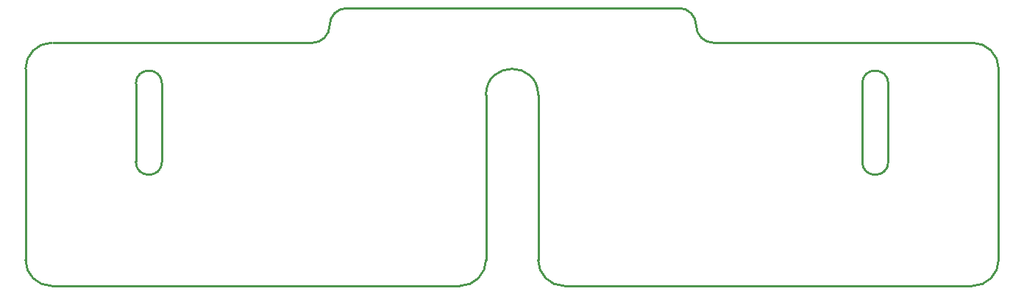
<source format=gm1>
G04*
G04 #@! TF.GenerationSoftware,Altium Limited,Altium Designer,22.1.2 (22)*
G04*
G04 Layer_Color=255*
%FSLAX25Y25*%
%MOIN*%
G70*
G04*
G04 #@! TF.SameCoordinates,275DE8A0-DEE6-4034-A094-DBE044462E3A*
G04*
G04*
G04 #@! TF.FilePolarity,Positive*
G04*
G01*
G75*
%ADD42C,0.01000*%
D42*
X-170472Y1181D02*
G03*
X-158661Y1181I5906J0D01*
G01*
Y36614D02*
G03*
X-170472Y36614I-5906J0D01*
G01*
X83437Y62992D02*
G03*
X75563Y70866I-7874J0D01*
G01*
X83437Y62992D02*
G03*
X91311Y55118I7874J0D01*
G01*
X-74803Y70866D02*
G03*
X-82677Y62992I0J-7874D01*
G01*
X-90551Y55118D02*
G03*
X-82677Y62992I0J7874D01*
G01*
X11811Y31496D02*
G03*
X-11811Y31496I-11811J0D01*
G01*
X170472Y36614D02*
G03*
X158661Y36614I-5906J0D01*
G01*
Y1181D02*
G03*
X170472Y1181I5906J0D01*
G01*
X11811Y-43307D02*
G03*
X23622Y-55118I11811J0D01*
G01*
X-23622D02*
G03*
X-11811Y-43307I0J11811D01*
G01*
X208661Y-55118D02*
G03*
X220472Y-43307I0J11811D01*
G01*
Y43307D02*
G03*
X208661Y55118I-11811J0D01*
G01*
X-208661D02*
G03*
X-220472Y43307I0J-11811D01*
G01*
Y-43307D02*
G03*
X-208661Y-55118I11811J0D01*
G01*
X-158661Y1181D02*
Y36614D01*
X-170472Y1181D02*
Y36614D01*
X-207902Y55118D02*
X-90551Y55118D01*
X-74803Y70866D02*
X75563D01*
X158661Y1181D02*
Y36614D01*
X170472Y1181D02*
Y36614D01*
X-208661Y-55118D02*
X-23622D01*
X-11811Y-43307D02*
Y31496D01*
X11811Y-43307D02*
Y31496D01*
X23622Y-55118D02*
X208382D01*
X-220472Y-43307D02*
Y43307D01*
X91311Y55118D02*
X208661Y55118D01*
X220472Y-43028D02*
Y43307D01*
M02*

</source>
